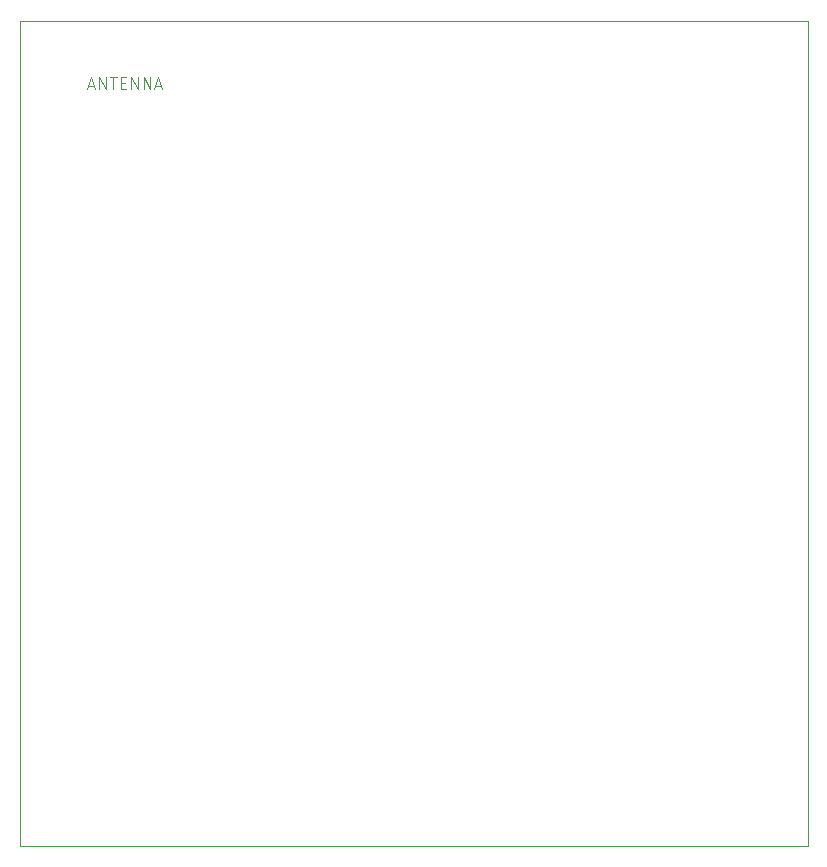
<source format=gbr>
G04 #@! TF.GenerationSoftware,KiCad,Pcbnew,(5.1.4-0-10_14)*
G04 #@! TF.CreationDate,2019-11-18T23:58:44+01:00*
G04 #@! TF.ProjectId,liberation,6c696265-7261-4746-996f-6e2e6b696361,rev?*
G04 #@! TF.SameCoordinates,Original*
G04 #@! TF.FileFunction,Profile,NP*
%FSLAX46Y46*%
G04 Gerber Fmt 4.6, Leading zero omitted, Abs format (unit mm)*
G04 Created by KiCad (PCBNEW (5.1.4-0-10_14)) date 2019-11-18 23:58:44*
%MOMM*%
%LPD*%
G04 APERTURE LIST*
%ADD10C,0.050000*%
G04 APERTURE END LIST*
D10*
X93345000Y-151130000D02*
X93345000Y-81280000D01*
X160020000Y-151130000D02*
X93345000Y-151130000D01*
X160020000Y-81280000D02*
X160020000Y-151130000D01*
X93345000Y-81280000D02*
X160020000Y-81280000D01*
X99153851Y-86765986D02*
X99630041Y-86765986D01*
X99058613Y-87051700D02*
X99391946Y-86051700D01*
X99725280Y-87051700D01*
X100058613Y-87051700D02*
X100058613Y-86051700D01*
X100630041Y-87051700D01*
X100630041Y-86051700D01*
X100963375Y-86051700D02*
X101534803Y-86051700D01*
X101249089Y-87051700D02*
X101249089Y-86051700D01*
X101868137Y-86527891D02*
X102201470Y-86527891D01*
X102344327Y-87051700D02*
X101868137Y-87051700D01*
X101868137Y-86051700D01*
X102344327Y-86051700D01*
X102772899Y-87051700D02*
X102772899Y-86051700D01*
X103344327Y-87051700D01*
X103344327Y-86051700D01*
X103820518Y-87051700D02*
X103820518Y-86051700D01*
X104391946Y-87051700D01*
X104391946Y-86051700D01*
X104820518Y-86765986D02*
X105296708Y-86765986D01*
X104725280Y-87051700D02*
X105058613Y-86051700D01*
X105391946Y-87051700D01*
M02*

</source>
